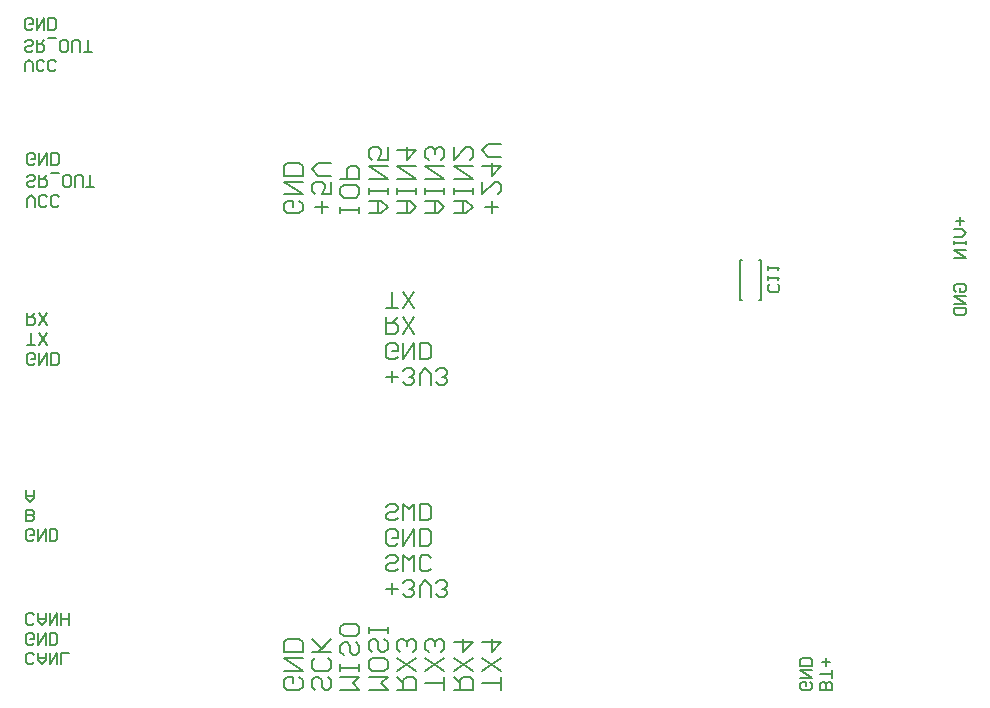
<source format=gbo>
G04 Layer_Color=32896*
%FSLAX25Y25*%
%MOIN*%
G70*
G01*
G75*
%ADD48C,0.00787*%
%ADD61C,0.00591*%
D48*
X27756Y254722D02*
Y257346D01*
X29068Y258658D01*
X30380Y257346D01*
Y254722D01*
X34315Y255378D02*
X33659Y254722D01*
X32348D01*
X31692Y255378D01*
Y258002D01*
X32348Y258658D01*
X33659D01*
X34315Y258002D01*
X38251Y255378D02*
X37595Y254722D01*
X36283D01*
X35627Y255378D01*
Y258002D01*
X36283Y258658D01*
X37595D01*
X38251Y258002D01*
X30380Y261991D02*
X29724Y261335D01*
X28412D01*
X27756Y261991D01*
Y262647D01*
X28412Y263303D01*
X29724D01*
X30380Y263959D01*
Y264615D01*
X29724Y265271D01*
X28412D01*
X27756Y264615D01*
X31692Y265271D02*
Y261335D01*
X33659D01*
X34315Y261991D01*
Y263303D01*
X33659Y263959D01*
X31692D01*
X33004D02*
X34315Y265271D01*
X35627Y265927D02*
X38251D01*
X41531Y261335D02*
X40219D01*
X39563Y261991D01*
Y264615D01*
X40219Y265271D01*
X41531D01*
X42187Y264615D01*
Y261991D01*
X41531Y261335D01*
X43499D02*
Y264615D01*
X44155Y265271D01*
X45467D01*
X46123Y264615D01*
Y261335D01*
X47435D02*
X50058D01*
X48746D01*
Y265271D01*
X30380Y269260D02*
X29724Y268604D01*
X28412D01*
X27756Y269260D01*
Y271883D01*
X28412Y272539D01*
X29724D01*
X30380Y271883D01*
Y270571D01*
X29068D01*
X31692Y272539D02*
Y268604D01*
X34315Y272539D01*
Y268604D01*
X35627D02*
Y272539D01*
X37595D01*
X38251Y271883D01*
Y269260D01*
X37595Y268604D01*
X35627D01*
X30773Y57708D02*
X30117Y57052D01*
X28806D01*
X28150Y57708D01*
Y60331D01*
X28806Y60987D01*
X30117D01*
X30773Y60331D01*
X32085Y60987D02*
Y58363D01*
X33397Y57052D01*
X34709Y58363D01*
Y60987D01*
Y59019D01*
X32085D01*
X36021Y60987D02*
Y57052D01*
X38645Y60987D01*
Y57052D01*
X39957D02*
Y60987D01*
X42581D01*
X30773Y64320D02*
X30117Y63664D01*
X28806D01*
X28150Y64320D01*
Y66944D01*
X28806Y67600D01*
X30117D01*
X30773Y66944D01*
Y65632D01*
X29462D01*
X32085Y67600D02*
Y63664D01*
X34709Y67600D01*
Y63664D01*
X36021D02*
Y67600D01*
X37989D01*
X38645Y66944D01*
Y64320D01*
X37989Y63664D01*
X36021D01*
X30773Y70933D02*
X30117Y70277D01*
X28806D01*
X28150Y70933D01*
Y73557D01*
X28806Y74213D01*
X30117D01*
X30773Y73557D01*
X32085Y74213D02*
Y71589D01*
X33397Y70277D01*
X34709Y71589D01*
Y74213D01*
Y72245D01*
X32085D01*
X36021Y74213D02*
Y70277D01*
X38645Y74213D01*
Y70277D01*
X39957D02*
Y74213D01*
Y72245D01*
X42581D01*
Y70277D01*
Y74213D01*
X296850Y48524D02*
X292915D01*
Y50491D01*
X293571Y51147D01*
X294227D01*
X294882Y50491D01*
Y48524D01*
Y50491D01*
X295538Y51147D01*
X296194D01*
X296850Y50491D01*
Y48524D01*
Y52459D02*
Y55083D01*
Y53771D01*
X292915D01*
X294882Y56395D02*
Y59019D01*
X296194Y57707D02*
X293571D01*
X289582Y51147D02*
X290238Y50491D01*
Y49180D01*
X289582Y48524D01*
X286958D01*
X286302Y49180D01*
Y50491D01*
X286958Y51147D01*
X288270D01*
Y49836D01*
X286302Y52459D02*
X290238D01*
X286302Y55083D01*
X290238D01*
Y56395D02*
X286302D01*
Y58363D01*
X286958Y59019D01*
X289582D01*
X290238Y58363D01*
Y56395D01*
X30773Y98751D02*
X30117Y98095D01*
X28806D01*
X28150Y98751D01*
Y101375D01*
X28806Y102031D01*
X30117D01*
X30773Y101375D01*
Y100063D01*
X29462D01*
X32085Y102031D02*
Y98095D01*
X34709Y102031D01*
Y98095D01*
X36021D02*
Y102031D01*
X37989D01*
X38645Y101375D01*
Y98751D01*
X37989Y98095D01*
X36021D01*
X28150Y104708D02*
Y108643D01*
X30117D01*
X30773Y107987D01*
Y107331D01*
X30117Y106675D01*
X28150D01*
X30117D01*
X30773Y106019D01*
Y105364D01*
X30117Y104708D01*
X28150D01*
Y115256D02*
Y112632D01*
X29462Y111320D01*
X30773Y112632D01*
Y115256D01*
Y113288D01*
X28150D01*
X28642Y209545D02*
Y212169D01*
X29954Y213481D01*
X31266Y212169D01*
Y209545D01*
X35201Y210201D02*
X34545Y209545D01*
X33233D01*
X32577Y210201D01*
Y212825D01*
X33233Y213481D01*
X34545D01*
X35201Y212825D01*
X39137Y210201D02*
X38481Y209545D01*
X37169D01*
X36513Y210201D01*
Y212825D01*
X37169Y213481D01*
X38481D01*
X39137Y212825D01*
X31266Y216814D02*
X30610Y216158D01*
X29298D01*
X28642Y216814D01*
Y217470D01*
X29298Y218126D01*
X30610D01*
X31266Y218782D01*
Y219438D01*
X30610Y220094D01*
X29298D01*
X28642Y219438D01*
X32577Y220094D02*
Y216158D01*
X34545D01*
X35201Y216814D01*
Y218126D01*
X34545Y218782D01*
X32577D01*
X33889D02*
X35201Y220094D01*
X36513Y220750D02*
X39137D01*
X42417Y216158D02*
X41105D01*
X40449Y216814D01*
Y219438D01*
X41105Y220094D01*
X42417D01*
X43073Y219438D01*
Y216814D01*
X42417Y216158D01*
X44385D02*
Y219438D01*
X45041Y220094D01*
X46353D01*
X47008Y219438D01*
Y216158D01*
X48320D02*
X50944D01*
X49632D01*
Y220094D01*
X31266Y224082D02*
X30610Y223427D01*
X29298D01*
X28642Y224082D01*
Y226706D01*
X29298Y227362D01*
X30610D01*
X31266Y226706D01*
Y225394D01*
X29954D01*
X32577Y227362D02*
Y223427D01*
X35201Y227362D01*
Y223427D01*
X36513D02*
Y227362D01*
X38481D01*
X39137Y226706D01*
Y224082D01*
X38481Y223427D01*
X36513D01*
X31167Y157609D02*
X30511Y156953D01*
X29199D01*
X28543Y157609D01*
Y160233D01*
X29199Y160889D01*
X30511D01*
X31167Y160233D01*
Y158921D01*
X29855D01*
X32479Y160889D02*
Y156953D01*
X35103Y160889D01*
Y156953D01*
X36415D02*
Y160889D01*
X38383D01*
X39039Y160233D01*
Y157609D01*
X38383Y156953D01*
X36415D01*
X28543Y163566D02*
X31167D01*
X29855D01*
Y167501D01*
X32479Y163566D02*
X35103Y167501D01*
Y163566D02*
X32479Y167501D01*
X28543Y174114D02*
Y170178D01*
X30511D01*
X31167Y170834D01*
Y172146D01*
X30511Y172802D01*
X28543D01*
X29855D02*
X31167Y174114D01*
X32479Y170178D02*
X35103Y174114D01*
Y170178D02*
X32479Y174114D01*
X278674Y183825D02*
X279329Y183169D01*
Y181857D01*
X278674Y181201D01*
X276050D01*
X275394Y181857D01*
Y183169D01*
X276050Y183825D01*
X275394Y185136D02*
Y186448D01*
Y185793D01*
X279329D01*
X278674Y185136D01*
X275394Y188416D02*
Y189728D01*
Y189072D01*
X279329D01*
X278674Y188416D01*
X339469Y206201D02*
Y203577D01*
X338157Y204889D02*
X340781D01*
X337501Y202265D02*
X340125D01*
X341437Y200953D01*
X340125Y199641D01*
X337501D01*
Y198329D02*
Y197017D01*
Y197673D01*
X341437D01*
Y198329D01*
Y197017D01*
Y195050D02*
X337501D01*
X341437Y192426D01*
X337501D01*
X338157Y181234D02*
X337501Y181890D01*
Y183202D01*
X338157Y183858D01*
X340781D01*
X341437Y183202D01*
Y181890D01*
X340781Y181234D01*
X339469D01*
Y182546D01*
X341437Y179922D02*
X337501D01*
X341437Y177299D01*
X337501D01*
Y175987D02*
X341437D01*
Y174019D01*
X340781Y173363D01*
X338157D01*
X337501Y174019D01*
Y175987D01*
X183348Y207382D02*
Y211580D01*
X185447Y209481D02*
X181249D01*
X180199Y217877D02*
Y213679D01*
X184397Y217877D01*
X185447D01*
X186496Y216828D01*
Y214729D01*
X185447Y213679D01*
X180199Y223125D02*
X186496D01*
X183348Y219976D01*
Y224174D01*
X186496Y226273D02*
X182298D01*
X180199Y228373D01*
X182298Y230471D01*
X186496D01*
X170753Y207382D02*
X174951D01*
X177050Y209481D01*
X174951Y211580D01*
X170753D01*
X173901D01*
Y207382D01*
X177050Y213679D02*
Y215778D01*
Y214729D01*
X170753D01*
Y213679D01*
Y215778D01*
Y218927D02*
X177050D01*
X170753Y223125D01*
X177050D01*
X170753Y229422D02*
Y225224D01*
X174951Y229422D01*
X176001D01*
X177050Y228373D01*
Y226273D01*
X176001Y225224D01*
X161307Y207382D02*
X165505D01*
X167604Y209481D01*
X165505Y211580D01*
X161307D01*
X164455D01*
Y207382D01*
X167604Y213679D02*
Y215778D01*
Y214729D01*
X161307D01*
Y213679D01*
Y215778D01*
Y218927D02*
X167604D01*
X161307Y223125D01*
X167604D01*
X166554Y225224D02*
X167604Y226273D01*
Y228373D01*
X166554Y229422D01*
X165505D01*
X164455Y228373D01*
Y227323D01*
Y228373D01*
X163406Y229422D01*
X162356D01*
X161307Y228373D01*
Y226273D01*
X162356Y225224D01*
X151860Y207382D02*
X156058D01*
X158157Y209481D01*
X156058Y211580D01*
X151860D01*
X155009D01*
Y207382D01*
X158157Y213679D02*
Y215778D01*
Y214729D01*
X151860D01*
Y213679D01*
Y215778D01*
Y218927D02*
X158157D01*
X151860Y223125D01*
X158157D01*
X151860Y228373D02*
X158157D01*
X155009Y225224D01*
Y229422D01*
X142414Y207382D02*
X146612D01*
X148711Y209481D01*
X146612Y211580D01*
X142414D01*
X145563D01*
Y207382D01*
X148711Y213679D02*
Y215778D01*
Y214729D01*
X142414D01*
Y213679D01*
Y215778D01*
Y218927D02*
X148711D01*
X142414Y223125D01*
X148711D01*
Y229422D02*
Y225224D01*
X145563D01*
X146612Y227323D01*
Y228373D01*
X145563Y229422D01*
X143463D01*
X142414Y228373D01*
Y226273D01*
X143463Y225224D01*
X139265Y207382D02*
Y209481D01*
Y208431D01*
X132967D01*
Y207382D01*
Y209481D01*
X139265Y215778D02*
Y213679D01*
X138215Y212630D01*
X134017D01*
X132967Y213679D01*
Y215778D01*
X134017Y216828D01*
X138215D01*
X139265Y215778D01*
X132967Y218927D02*
X139265D01*
Y222075D01*
X138215Y223125D01*
X136116D01*
X135067Y222075D01*
Y218927D01*
X126670Y207382D02*
Y211580D01*
X128769Y209481D02*
X124571D01*
X129818Y217877D02*
Y213679D01*
X126670D01*
X127719Y215778D01*
Y216828D01*
X126670Y217877D01*
X124571D01*
X123521Y216828D01*
Y214729D01*
X124571Y213679D01*
X129818Y219976D02*
X125620D01*
X123521Y222075D01*
X125620Y224174D01*
X129818D01*
X119322Y211580D02*
X120372Y210530D01*
Y208431D01*
X119322Y207382D01*
X115124D01*
X114075Y208431D01*
Y210530D01*
X115124Y211580D01*
X117223D01*
Y209481D01*
X114075Y213679D02*
X120372D01*
X114075Y217877D01*
X120372D01*
Y219976D02*
X114075D01*
Y223125D01*
X115124Y224174D01*
X119322D01*
X120372Y223125D01*
Y219976D01*
X148327Y82271D02*
X152000D01*
X150163Y80434D02*
Y84108D01*
X153837Y80434D02*
X154755Y79516D01*
X156592D01*
X157510Y80434D01*
Y81353D01*
X156592Y82271D01*
X155674D01*
X156592D01*
X157510Y83189D01*
Y84108D01*
X156592Y85026D01*
X154755D01*
X153837Y84108D01*
X159347Y79516D02*
Y83189D01*
X161184Y85026D01*
X163020Y83189D01*
Y79516D01*
X164857Y80434D02*
X165775Y79516D01*
X167612D01*
X168530Y80434D01*
Y81353D01*
X167612Y82271D01*
X166693D01*
X167612D01*
X168530Y83189D01*
Y84108D01*
X167612Y85026D01*
X165775D01*
X164857Y84108D01*
X152000Y88936D02*
X151082Y88018D01*
X149245D01*
X148327Y88936D01*
Y89855D01*
X149245Y90773D01*
X151082D01*
X152000Y91691D01*
Y92610D01*
X151082Y93528D01*
X149245D01*
X148327Y92610D01*
X153837Y88018D02*
Y93528D01*
X155674Y91691D01*
X157510Y93528D01*
Y88018D01*
X163020Y88936D02*
X162102Y88018D01*
X160265D01*
X159347Y88936D01*
Y92610D01*
X160265Y93528D01*
X162102D01*
X163020Y92610D01*
X152000Y97438D02*
X151082Y96520D01*
X149245D01*
X148327Y97438D01*
Y101111D01*
X149245Y102030D01*
X151082D01*
X152000Y101111D01*
Y99275D01*
X150163D01*
X153837Y102030D02*
Y96520D01*
X157510Y102030D01*
Y96520D01*
X159347D02*
Y102030D01*
X162102D01*
X163020Y101111D01*
Y97438D01*
X162102Y96520D01*
X159347D01*
X152000Y105940D02*
X151082Y105022D01*
X149245D01*
X148327Y105940D01*
Y106858D01*
X149245Y107776D01*
X151082D01*
X152000Y108695D01*
Y109613D01*
X151082Y110531D01*
X149245D01*
X148327Y109613D01*
X153837Y105022D02*
Y110531D01*
X155674Y108695D01*
X157510Y110531D01*
Y105022D01*
X159347D02*
Y110531D01*
X162102D01*
X163020Y109613D01*
Y105940D01*
X162102Y105022D01*
X159347D01*
X148327Y152940D02*
X152000D01*
X150163Y151104D02*
Y154777D01*
X153837Y151104D02*
X154755Y150185D01*
X156592D01*
X157510Y151104D01*
Y152022D01*
X156592Y152940D01*
X155674D01*
X156592D01*
X157510Y153859D01*
Y154777D01*
X156592Y155695D01*
X154755D01*
X153837Y154777D01*
X159347Y150185D02*
Y153859D01*
X161184Y155695D01*
X163020Y153859D01*
Y150185D01*
X164857Y151104D02*
X165775Y150185D01*
X167612D01*
X168530Y151104D01*
Y152022D01*
X167612Y152940D01*
X166693D01*
X167612D01*
X168530Y153859D01*
Y154777D01*
X167612Y155695D01*
X165775D01*
X164857Y154777D01*
X152000Y159606D02*
X151082Y158687D01*
X149245D01*
X148327Y159606D01*
Y163279D01*
X149245Y164197D01*
X151082D01*
X152000Y163279D01*
Y161442D01*
X150163D01*
X153837Y164197D02*
Y158687D01*
X157510Y164197D01*
Y158687D01*
X159347D02*
Y164197D01*
X162102D01*
X163020Y163279D01*
Y159606D01*
X162102Y158687D01*
X159347D01*
X148327Y172699D02*
Y167189D01*
X151082D01*
X152000Y168107D01*
Y169944D01*
X151082Y170862D01*
X148327D01*
X150163D02*
X152000Y172699D01*
X153837Y167189D02*
X157510Y172699D01*
Y167189D02*
X153837Y172699D01*
X148327Y175691D02*
X152000D01*
X150163D01*
Y181201D01*
X153837Y175691D02*
X157510Y181201D01*
Y175691D02*
X153837Y181201D01*
X186496Y48622D02*
Y52820D01*
Y50721D01*
X180199D01*
X186496Y54919D02*
X180199Y59117D01*
X186496D02*
X180199Y54919D01*
Y64365D02*
X186496D01*
X183348Y61216D01*
Y65415D01*
X170753Y48622D02*
X177050D01*
Y51771D01*
X176001Y52820D01*
X173901D01*
X172852Y51771D01*
Y48622D01*
Y50721D02*
X170753Y52820D01*
X177050Y54919D02*
X170753Y59117D01*
X177050D02*
X170753Y54919D01*
Y64365D02*
X177050D01*
X173901Y61216D01*
Y65415D01*
X167604Y48622D02*
Y52820D01*
Y50721D01*
X161307D01*
X167604Y54919D02*
X161307Y59117D01*
X167604D02*
X161307Y54919D01*
X166554Y61216D02*
X167604Y62266D01*
Y64365D01*
X166554Y65415D01*
X165505D01*
X164455Y64365D01*
Y63315D01*
Y64365D01*
X163406Y65415D01*
X162356D01*
X161307Y64365D01*
Y62266D01*
X162356Y61216D01*
X151860Y48622D02*
X158157D01*
Y51771D01*
X157108Y52820D01*
X155009D01*
X153959Y51771D01*
Y48622D01*
Y50721D02*
X151860Y52820D01*
X158157Y54919D02*
X151860Y59117D01*
X158157D02*
X151860Y54919D01*
X157108Y61216D02*
X158157Y62266D01*
Y64365D01*
X157108Y65415D01*
X156058D01*
X155009Y64365D01*
Y63315D01*
Y64365D01*
X153959Y65415D01*
X152910D01*
X151860Y64365D01*
Y62266D01*
X152910Y61216D01*
X142414Y48622D02*
X148711D01*
X146612Y50721D01*
X148711Y52820D01*
X142414D01*
X148711Y58068D02*
Y55969D01*
X147661Y54919D01*
X143463D01*
X142414Y55969D01*
Y58068D01*
X143463Y59117D01*
X147661D01*
X148711Y58068D01*
X147661Y65415D02*
X148711Y64365D01*
Y62266D01*
X147661Y61216D01*
X146612D01*
X145563Y62266D01*
Y64365D01*
X144513Y65415D01*
X143463D01*
X142414Y64365D01*
Y62266D01*
X143463Y61216D01*
X148711Y67514D02*
Y69613D01*
Y68563D01*
X142414D01*
Y67514D01*
Y69613D01*
X132967Y48622D02*
X139265D01*
X137166Y50721D01*
X139265Y52820D01*
X132967D01*
X139265Y54919D02*
Y57018D01*
Y55969D01*
X132967D01*
Y54919D01*
Y57018D01*
X138215Y64365D02*
X139265Y63315D01*
Y61216D01*
X138215Y60167D01*
X137166D01*
X136116Y61216D01*
Y63315D01*
X135067Y64365D01*
X134017D01*
X132967Y63315D01*
Y61216D01*
X134017Y60167D01*
X139265Y69613D02*
Y67514D01*
X138215Y66464D01*
X134017D01*
X132967Y67514D01*
Y69613D01*
X134017Y70662D01*
X138215D01*
X139265Y69613D01*
X128769Y52820D02*
X129818Y51771D01*
Y49672D01*
X128769Y48622D01*
X127719D01*
X126670Y49672D01*
Y51771D01*
X125620Y52820D01*
X124571D01*
X123521Y51771D01*
Y49672D01*
X124571Y48622D01*
X128769Y59117D02*
X129818Y58068D01*
Y55969D01*
X128769Y54919D01*
X124571D01*
X123521Y55969D01*
Y58068D01*
X124571Y59117D01*
X129818Y61216D02*
X123521D01*
X125620D01*
X129818Y65415D01*
X126670Y62266D01*
X123521Y65415D01*
X119322Y52820D02*
X120372Y51771D01*
Y49672D01*
X119322Y48622D01*
X115124D01*
X114075Y49672D01*
Y51771D01*
X115124Y52820D01*
X117223D01*
Y50721D01*
X114075Y54919D02*
X120372D01*
X114075Y59117D01*
X120372D01*
Y61216D02*
X114075D01*
Y64365D01*
X115124Y65415D01*
X119322D01*
X120372Y64365D01*
Y61216D01*
D61*
X272342Y178347D02*
X273130D01*
Y191732D01*
X272342D02*
X273130D01*
X266043Y178347D02*
X266831D01*
X266043D02*
Y191732D01*
X266831D01*
M02*

</source>
